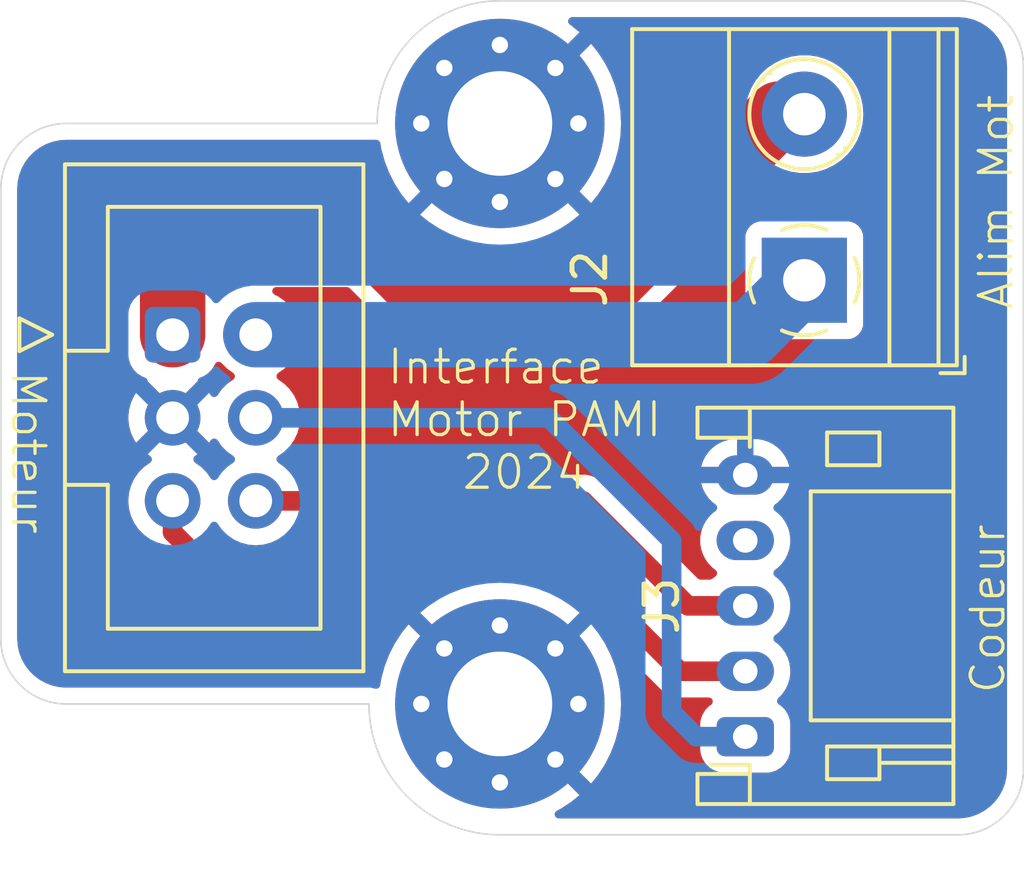
<source format=kicad_pcb>
(kicad_pcb (version 20240108) (generator "pcbnew") (generator_version "8.0")
  (layers (0 "F.Cu" signal) (31 "B.Cu" signal) (34 "B.Paste" user) (35 "F.Paste" user) (36 "B.SilkS" user "B.Silkscreen") (37 "F.SilkS" user "F.Silkscreen") (38 "B.Mask" user) (39 "F.Mask" user) (44 "Edge.Cuts" user))
  (net 0 "")
  (net 1 "GND")
  (net 2 "/CHA")
  (net 3 "/CHB")
  (net 4 "/MOT+")
  (net 5 "/MOT-")
  (net 6 "+5V")
  (footprint "Connector_IDC:IDC-Header_2x03_P2.54mm_Vertical" (layer "F.Cu") (at 76 46.96)
    (property "Reference" "J1" (hide yes))
    (property "Value" "MOT")
    (fp_line (start -4.68 -0.5) (end -4.68 0.5) (stroke (width 0.12)) (layer "F.SilkS"))
    (fp_line (start -4.68 0.5) (end -3.68 0) (stroke (width 0.12)) (layer "F.SilkS"))
    (fp_line (start -3.68 0) (end -4.68 -0.5) (stroke (width 0.12)) (layer "F.SilkS"))
    (fp_line (start -3.29 -5.21) (end 5.83 -5.21) (stroke (width 0.12)) (layer "F.SilkS"))
    (fp_line (start -3.29 0.49) (end -1.98 0.49) (stroke (width 0.12)) (layer "F.SilkS"))
    (fp_line (start -3.29 10.29) (end -3.29 -5.21) (stroke (width 0.12)) (layer "F.SilkS"))
    (fp_line (start -1.98 -3.91) (end 4.52 -3.91) (stroke (width 0.12)) (layer "F.SilkS"))
    (fp_line (start -1.98 0.49) (end -1.98 -3.91) (stroke (width 0.12)) (layer "F.SilkS"))
    (fp_line (start -1.98 4.59) (end -3.29 4.59) (stroke (width 0.12)) (layer "F.SilkS"))
    (fp_line (start -1.98 4.59) (end -1.98 4.59) (stroke (width 0.12)) (layer "F.SilkS"))
    (fp_line (start -1.98 8.99) (end -1.98 4.59) (stroke (width 0.12)) (layer "F.SilkS"))
    (fp_line (start 4.52 -3.91) (end 4.52 8.99) (stroke (width 0.12)) (layer "F.SilkS"))
    (fp_line (start 4.52 8.99) (end -1.98 8.99) (stroke (width 0.12)) (layer "F.SilkS"))
    (fp_line (start 5.83 -5.21) (end 5.83 10.29) (stroke (width 0.12)) (layer "F.SilkS"))
    (fp_line (start 5.83 10.29) (end -3.29 10.29) (stroke (width 0.12)) (layer "F.SilkS"))
    (pad "1" thru_hole roundrect (at 0 0) (size 1.7 1.7) (drill 1) (layers "*.Cu" "*.Mask") (roundrect_rratio 0.1470588235) (net 5 "/MOT-"))
    (pad "2" thru_hole circle (at 2.54 0) (size 1.7 1.7) (drill 1) (layers "*.Cu" "*.Mask") (net 4 "/MOT+"))
    (pad "3" thru_hole circle (at 0 2.54) (size 1.7 1.7) (drill 1) (layers "*.Cu" "*.Mask") (net 1 "GND"))
    (pad "4" thru_hole circle (at 2.54 2.54) (size 1.7 1.7) (drill 1) (layers "*.Cu" "*.Mask") (net 6 "+5V"))
    (pad "5" thru_hole circle (at 0 5.08) (size 1.7 1.7) (drill 1) (layers "*.Cu" "*.Mask") (net 2 "/CHA"))
    (pad "6" thru_hole circle (at 2.54 5.08) (size 1.7 1.7) (drill 1) (layers "*.Cu" "*.Mask") (net 3 "/CHB"))
  )
  (footprint "TerminalBlock_Phoenix:TerminalBlock_Phoenix_MKDS-1,5-2-5.08_1x02_P5.08mm_Horizontal" (layer "F.Cu") (at 95.305 45.295 90)
    (property "Reference" "J2" (at 0.045 -6.555 -90) (layer "F.SilkS"))
    (property "Value" "PONT H")
    (fp_line (start 7.68 -5.261) (end 7.68 4.66) (stroke (width 0.12)) (layer "F.SilkS"))
    (fp_line (start -2.6 -5.261) (end 7.68 -5.261) (stroke (width 0.12)) (layer "F.SilkS"))
    (fp_line (start -2.6 -5.261) (end -2.6 4.66) (stroke (width 0.12)) (layer "F.SilkS"))
    (fp_line (start -2.6 -2.301) (end 7.68 -2.301) (stroke (width 0.12)) (layer "F.SilkS"))
    (fp_line (start 6.15 -1.275) (end 6.115 -1.239) (stroke (width 0.12)) (layer "F.SilkS"))
    (fp_line (start 6.355 -1.069) (end 6.308 -1.023) (stroke (width 0.12)) (layer "F.SilkS"))
    (fp_line (start 3.853 1.023) (end 3.806 1.069) (stroke (width 0.12)) (layer "F.SilkS"))
    (fp_line (start 4.046 1.239) (end 4.011 1.274) (stroke (width 0.12)) (layer "F.SilkS"))
    (fp_line (start -2.6 2.6) (end 7.68 2.6) (stroke (width 0.12)) (layer "F.SilkS"))
    (fp_line (start -2.6 4.1) (end 7.68 4.1) (stroke (width 0.12)) (layer "F.SilkS"))
    (fp_line (start -2.84 4.16) (end -2.84 4.9) (stroke (width 0.12)) (layer "F.SilkS"))
    (fp_line (start -2.6 4.66) (end 7.68 4.66) (stroke (width 0.12)) (layer "F.SilkS"))
    (fp_line (start -2.84 4.9) (end -2.34 4.9) (stroke (width 0.12)) (layer "F.SilkS"))
    (fp_arc (start -0.683042 -1.535427) (mid 0.000524 -1.680501) (end 0.684 -1.535) (stroke (width 0.12)) (layer "F.SilkS"))
    (fp_arc (start 1.535427 -0.683042) (mid 1.680501 0.000524) (end 1.535 0.684) (stroke (width 0.12)) (layer "F.SilkS"))
    (fp_arc (start -1.535427 0.683042) (mid -1.680501 -0.000524) (end -1.535 -0.684) (stroke (width 0.12)) (layer "F.SilkS"))
    (fp_arc (start 0.683318 1.534756) (mid 0.349292 1.643288) (end 0 1.68) (stroke (width 0.12)) (layer "F.SilkS"))
    (fp_arc (start 0.028805 1.680253) (mid -0.335551 1.646659) (end -0.684 1.535) (stroke (width 0.12)) (layer "F.SilkS"))
    (fp_circle (center 5.08 0) (end 6.76 0) (stroke (width 0.12)) (fill none) (layer "F.SilkS"))
    (pad "1" thru_hole rect (at 0 0 90) (size 2.6 2.6) (drill 1.3) (layers "*.Cu" "*.Mask") (net 4 "/MOT+"))
    (pad "2" thru_hole circle (at 5.08 0 90) (size 2.6 2.6) (drill 1.3) (layers "*.Cu" "*.Mask") (net 5 "/MOT-"))
  )
  (footprint "MountingHole:MountingHole_3.2mm_M3_Pad_Via" (layer "F.Cu") (at 86 40.5)
    (property "Reference" "H1" (hide yes))
    (property "Value" "MountingHole_Pad")
    (pad "1" thru_hole circle (at -2.4 0) (size 0.8 0.8) (drill 0.5) (layers "*.Cu" "*.Mask") (net 1 "GND"))
    (pad "1" thru_hole circle (at -1.697056 -1.697056) (size 0.8 0.8) (drill 0.5) (layers "*.Cu" "*.Mask") (net 1 "GND"))
    (pad "1" thru_hole circle (at -1.697056 1.697056) (size 0.8 0.8) (drill 0.5) (layers "*.Cu" "*.Mask") (net 1 "GND"))
    (pad "1" thru_hole circle (at 0 -2.4) (size 0.8 0.8) (drill 0.5) (layers "*.Cu" "*.Mask") (net 1 "GND"))
    (pad "1" thru_hole circle (at 0 0) (size 6.4 6.4) (drill 3.2) (layers "*.Cu" "*.Mask") (net 1 "GND"))
    (pad "1" thru_hole circle (at 0 2.4) (size 0.8 0.8) (drill 0.5) (layers "*.Cu" "*.Mask") (net 1 "GND"))
    (pad "1" thru_hole circle (at 1.697056 -1.697056) (size 0.8 0.8) (drill 0.5) (layers "*.Cu" "*.Mask") (net 1 "GND"))
    (pad "1" thru_hole circle (at 1.697056 1.697056) (size 0.8 0.8) (drill 0.5) (layers "*.Cu" "*.Mask") (net 1 "GND"))
    (pad "1" thru_hole circle (at 2.4 0) (size 0.8 0.8) (drill 0.5) (layers "*.Cu" "*.Mask") (net 1 "GND"))
  )
  (footprint "Connector_JST:JST_PH_S5B-PH-K_1x05_P2.00mm_Horizontal" (layer "F.Cu") (at 93.5 59.25 90)
    (property "Reference" "J3" (at 4 -2.55 -90) (layer "F.SilkS"))
    (property "Value" "Codeur")
    (fp_line (start 10.06 -1.46) (end 9.14 -1.46) (stroke (width 0.12)) (layer "F.SilkS"))
    (fp_line (start 9.14 -1.46) (end 9.14 0.14) (stroke (width 0.12)) (layer "F.SilkS"))
    (fp_line (start -1.14 -1.46) (end -2.06 -1.46) (stroke (width 0.12)) (layer "F.SilkS"))
    (fp_line (start -2.06 -1.46) (end -2.06 6.36) (stroke (width 0.12)) (layer "F.SilkS"))
    (fp_line (start 10.06 0.14) (end 9.14 0.14) (stroke (width 0.12)) (layer "F.SilkS"))
    (fp_line (start 9.14 0.14) (end 8.86 0.14) (stroke (width 0.12)) (layer "F.SilkS"))
    (fp_line (start -0.86 0.14) (end -0.86 -1.075) (stroke (width 0.12)) (layer "F.SilkS"))
    (fp_line (start -0.86 0.14) (end -1.14 0.14) (stroke (width 0.12)) (layer "F.SilkS"))
    (fp_line (start -1.14 0.14) (end -1.14 -1.46) (stroke (width 0.12)) (layer "F.SilkS"))
    (fp_line (start -2.06 0.14) (end -1.14 0.14) (stroke (width 0.12)) (layer "F.SilkS"))
    (fp_line (start 7.5 2) (end 7.5 6.36) (stroke (width 0.12)) (layer "F.SilkS"))
    (fp_line (start 0.5 2) (end 7.5 2) (stroke (width 0.12)) (layer "F.SilkS"))
    (fp_line (start 9.3 2.5) (end 9.3 4.1) (stroke (width 0.12)) (layer "F.SilkS"))
    (fp_line (start 8.3 2.5) (end 9.3 2.5) (stroke (width 0.12)) (layer "F.SilkS"))
    (fp_line (start -0.3 2.5) (end -1.3 2.5) (stroke (width 0.12)) (layer "F.SilkS"))
    (fp_line (start -1.3 2.5) (end -1.3 4.1) (stroke (width 0.12)) (layer "F.SilkS"))
    (fp_line (start 9.3 4.1) (end 8.3 4.1) (stroke (width 0.12)) (layer "F.SilkS"))
    (fp_line (start 8.3 4.1) (end 8.3 2.5) (stroke (width 0.12)) (layer "F.SilkS"))
    (fp_line (start -0.3 4.1) (end -0.3 2.5) (stroke (width 0.12)) (layer "F.SilkS"))
    (fp_line (start -0.3 4.1) (end -0.3 6.36) (stroke (width 0.12)) (layer "F.SilkS"))
    (fp_line (start -0.8 4.1) (end -0.8 6.36) (stroke (width 0.12)) (layer "F.SilkS"))
    (fp_line (start -1.3 4.1) (end -0.3 4.1) (stroke (width 0.12)) (layer "F.SilkS"))
    (fp_line (start 10.06 6.36) (end 10.06 -1.46) (stroke (width 0.12)) (layer "F.SilkS"))
    (fp_line (start 0.5 6.36) (end 0.5 2) (stroke (width 0.12)) (layer "F.SilkS"))
    (fp_line (start -2.06 6.36) (end 10.06 6.36) (stroke (width 0.12)) (layer "F.SilkS"))
    (pad "1" thru_hole roundrect (at 0 0 90) (size 1.2 1.75) (drill 0.75) (layers "*.Cu" "*.Mask") (roundrect_rratio 0.2083333333) (net 6 "+5V"))
    (pad "2" thru_hole oval (at 2 0 90) (size 1.2 1.75) (drill 0.75) (layers "*.Cu" "*.Mask") (net 2 "/CHA"))
    (pad "3" thru_hole oval (at 4 0 90) (size 1.2 1.75) (drill 0.75) (layers "*.Cu" "*.Mask") (net 3 "/CHB"))
    (pad "4" thru_hole oval (at 6 0 90) (size 1.2 1.75) (drill 0.75) (layers "*.Cu" "*.Mask"))
    (pad "5" thru_hole oval (at 8 0 90) (size 1.2 1.75) (drill 0.75) (layers "*.Cu" "*.Mask") (net 1 "GND"))
  )
  (footprint "MountingHole:MountingHole_3.2mm_M3_Pad_Via" (layer "F.Cu") (at 86 58.25)
    (property "Reference" "H2" (hide yes))
    (property "Value" "MountingHole_Pad")
    (pad "1" thru_hole circle (at -2.4 0) (size 0.8 0.8) (drill 0.5) (layers "*.Cu" "*.Mask") (net 1 "GND"))
    (pad "1" thru_hole circle (at -1.697056 -1.697056) (size 0.8 0.8) (drill 0.5) (layers "*.Cu" "*.Mask") (net 1 "GND"))
    (pad "1" thru_hole circle (at -1.697056 1.697056) (size 0.8 0.8) (drill 0.5) (layers "*.Cu" "*.Mask") (net 1 "GND"))
    (pad "1" thru_hole circle (at 0 -2.4) (size 0.8 0.8) (drill 0.5) (layers "*.Cu" "*.Mask") (net 1 "GND"))
    (pad "1" thru_hole circle (at 0 0) (size 6.4 6.4) (drill 3.2) (layers "*.Cu" "*.Mask") (net 1 "GND"))
    (pad "1" thru_hole circle (at 0 2.4) (size 0.8 0.8) (drill 0.5) (layers "*.Cu" "*.Mask") (net 1 "GND"))
    (pad "1" thru_hole circle (at 1.697056 -1.697056) (size 0.8 0.8) (drill 0.5) (layers "*.Cu" "*.Mask") (net 1 "GND"))
    (pad "1" thru_hole circle (at 1.697056 1.697056) (size 0.8 0.8) (drill 0.5) (layers "*.Cu" "*.Mask") (net 1 "GND"))
    (pad "1" thru_hole circle (at 2.4 0) (size 0.8 0.8) (drill 0.5) (layers "*.Cu" "*.Mask") (net 1 "GND"))
  )
  (gr_line (start 86 36.75) (end 100.042893 36.75) (stroke (width 0.05)) (layer "Edge.Cuts"))
  (gr_arc (start 102 60.25) (mid 101.414214 61.664214) (end 100 62.25) (stroke (width 0.05)) (layer "Edge.Cuts"))
  (gr_line (start 86 62.25) (end 100 62.25) (stroke (width 0.05)) (layer "Edge.Cuts"))
  (gr_arc (start 70.75 42.5) (mid 71.335786 41.085786) (end 72.75 40.5) (stroke (width 0.05)) (layer "Edge.Cuts"))
  (gr_line (start 82 58.25) (end 72.75 58.25) (stroke (width 0.05)) (layer "Edge.Cuts"))
  (gr_arc (start 72.75 58.25) (mid 71.335786 57.664214) (end 70.75 56.25) (stroke (width 0.05)) (layer "Edge.Cuts"))
  (gr_line (start 82.25 40.5) (end 72.75 40.5) (stroke (width 0.05)) (layer "Edge.Cuts"))
  (gr_line (start 70.75 42.5) (end 70.75 56.25) (stroke (width 0.05)) (layer "Edge.Cuts"))
  (gr_arc (start 82.25 40.5) (mid 83.34835 37.84835) (end 86 36.75) (stroke (width 0.05)) (layer "Edge.Cuts"))
  (gr_arc (start 86 62.25) (mid 83.171573 61.078427) (end 82 58.25) (stroke (width 0.05)) (layer "Edge.Cuts"))
  (gr_line (start 102.000459 38.75) (end 102 60.25) (stroke (width 0.05)) (layer "Edge.Cuts"))
  (gr_arc (start 100.042893 36.750001) (mid 101.429623 37.350709) (end 102.000459 38.75) (stroke (width 0.05)) (layer "Edge.Cuts"))
  (gr_text "Interface \nMotor PAMI\n   2024\n" (at 82.5 51.75 0) (layer "F.SilkS") (effects (font (size 1 1) (thickness 0.1)) (justify left bottom)))
  (gr_text "Moteur" (at 71 48 -90) (layer "F.SilkS") (effects (font (size 1 1) (thickness 0.1)) (justify left bottom)))
  (gr_text "Alim Mot" (at 101.75 46.25 90) (layer "F.SilkS") (effects (font (size 1 1) (thickness 0.1)) (justify left bottom)))
  (gr_text "Codeur" (at 101.5 58 90) (layer "F.SilkS") (effects (font (size 1 1) (thickness 0.1)) (justify left bottom)))
  (segment (start 77 54) (end 88.25 54) (width 0.6) (layer "F.Cu") (net 2))
  (segment (start 88.25 54) (end 91.5 57.25) (width 0.6) (layer "F.Cu") (net 2))
  (segment (start 91.5 57.25) (end 93.5 57.25) (width 0.6) (layer "F.Cu") (net 2))
  (segment (start 76 53) (end 77 54) (width 0.6) (layer "F.Cu") (net 2))
  (segment (start 76 52.04) (end 76 53) (width 0.6) (layer "F.Cu") (net 2))
  (segment (start 78.54 52.04) (end 88.54 52.04) (width 0.6) (layer "F.Cu") (net 3))
  (segment (start 91.75 55.25) (end 93.5 55.25) (width 0.6) (layer "F.Cu") (net 3))
  (segment (start 88.54 52.04) (end 91.75 55.25) (width 0.6) (layer "F.Cu") (net 3))
  (segment (start 78.54 46.96) (end 93.64 46.96) (width 2) (layer "B.Cu") (net 4))
  (segment (start 93.64 46.96) (end 95.305 45.295) (width 2) (layer "B.Cu") (net 4))
  (segment (start 76 46.96) (end 76 45.25) (width 2) (layer "F.Cu") (net 5))
  (segment (start 82 44) (end 83.25 45.25) (width 2) (layer "F.Cu") (net 5))
  (segment (start 94.535 40.215) (end 95.305 40.215) (width 2) (layer "F.Cu") (net 5))
  (segment (start 77.25 44) (end 82 44) (width 2) (layer "F.Cu") (net 5))
  (segment (start 89.5 45.25) (end 94.535 40.215) (width 2) (layer "F.Cu") (net 5))
  (segment (start 76 45.25) (end 77.25 44) (width 2) (layer "F.Cu") (net 5))
  (segment (start 83.25 45.25) (end 89.5 45.25) (width 2) (layer "F.Cu") (net 5))
  (segment (start 78.54 49.5) (end 87.5 49.5) (width 0.6) (layer "B.Cu") (net 6))
  (segment (start 92 59.25) (end 93.5 59.25) (width 0.6) (layer "B.Cu") (net 6))
  (segment (start 91.25 53.25) (end 91.25 58.5) (width 0.6) (layer "B.Cu") (net 6))
  (segment (start 87.5 49.5) (end 91.25 53.25) (width 0.6) (layer "B.Cu") (net 6))
  (segment (start 91.25 58.5) (end 92 59.25) (width 0.6) (layer "B.Cu") (net 6))
  (zone (net 1) (net_name "GND") (layers "F&B.Cu") (connect_pads (clearance 0.5)) (min_thickness 0.25) (fill yes (thermal_gap 0.5) (thermal_bridge_width 0.5))
    (polygon (pts (xy 102 36.75) (xy 70.75 36.75) (xy 70.75 62.25) (xy 102 62.25)))
  )
)
</source>
